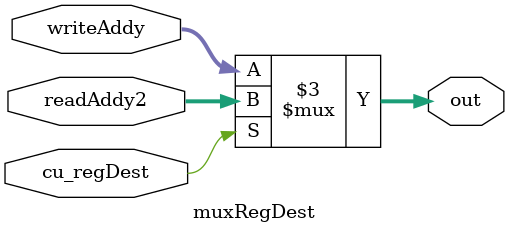
<source format=v>
module muxRegDest (readAddy2, writeAddy, out, cu_regDest);
  input cu_regDest;
  input [4:0] readAddy2;
  input [4:0] writeAddy;

  output reg [4:0] out;

  always @ ( * ) begin
    if(cu_regDest)
      out = readAddy2;
    else
      out = writeAddy;
  end
endmodule // muxRegDest

</source>
